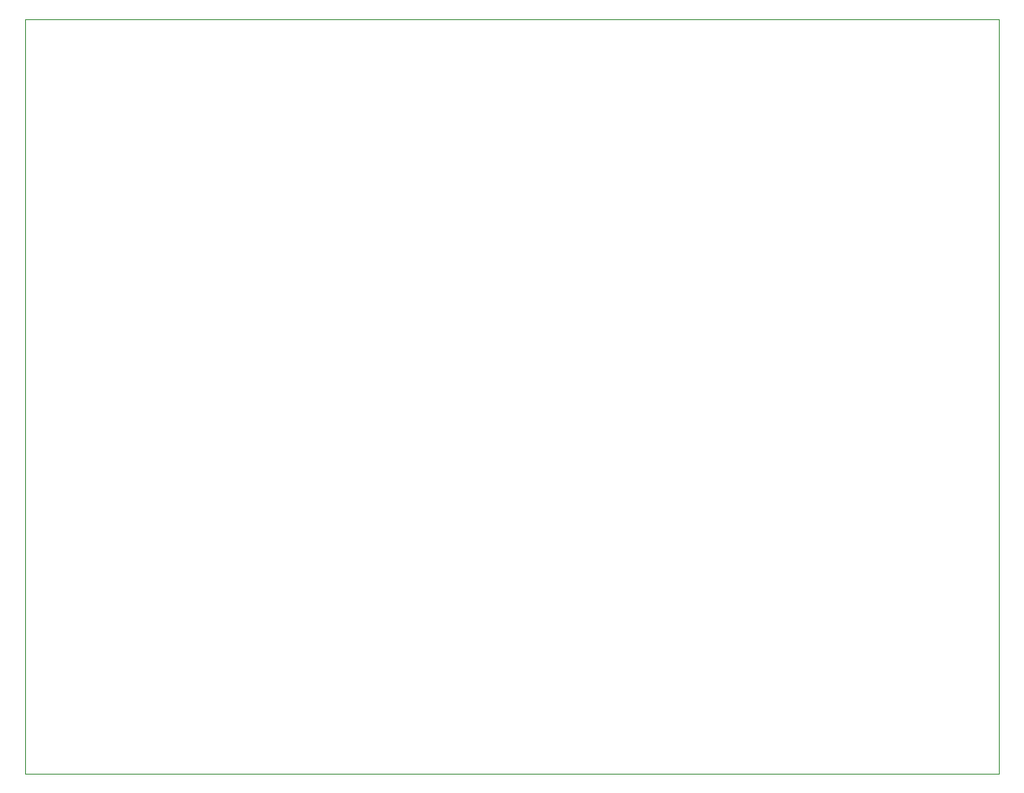
<source format=gbr>
%TF.GenerationSoftware,KiCad,Pcbnew,7.0.7*%
%TF.CreationDate,2023-12-05T11:38:16-05:00*%
%TF.ProjectId,master-board,6d617374-6572-42d6-926f-6172642e6b69,rev?*%
%TF.SameCoordinates,Original*%
%TF.FileFunction,Profile,NP*%
%FSLAX46Y46*%
G04 Gerber Fmt 4.6, Leading zero omitted, Abs format (unit mm)*
G04 Created by KiCad (PCBNEW 7.0.7) date 2023-12-05 11:38:16*
%MOMM*%
%LPD*%
G01*
G04 APERTURE LIST*
%TA.AperFunction,Profile*%
%ADD10C,0.100000*%
%TD*%
G04 APERTURE END LIST*
D10*
X88600000Y-55350000D02*
X187050000Y-55350000D01*
X187050000Y-131600000D01*
X88600000Y-131600000D01*
X88600000Y-55350000D01*
M02*

</source>
